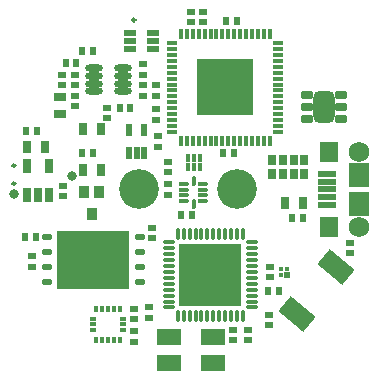
<source format=gts>
%FSLAX24Y24*%
%MOIN*%
G70*
G01*
G75*
G04 Layer_Color=8388736*
%ADD10C,0.0100*%
G04:AMPARAMS|DCode=11|XSize=63mil|YSize=98.4mil|CornerRadius=15.7mil|HoleSize=0mil|Usage=FLASHONLY|Rotation=0.000|XOffset=0mil|YOffset=0mil|HoleType=Round|Shape=RoundedRectangle|*
%AMROUNDEDRECTD11*
21,1,0.0630,0.0669,0,0,0.0*
21,1,0.0315,0.0984,0,0,0.0*
1,1,0.0315,0.0157,-0.0335*
1,1,0.0315,-0.0157,-0.0335*
1,1,0.0315,-0.0157,0.0335*
1,1,0.0315,0.0157,0.0335*
%
%ADD11ROUNDEDRECTD11*%
G04:AMPARAMS|DCode=12|XSize=33.5mil|YSize=17.7mil|CornerRadius=4.4mil|HoleSize=0mil|Usage=FLASHONLY|Rotation=0.000|XOffset=0mil|YOffset=0mil|HoleType=Round|Shape=RoundedRectangle|*
%AMROUNDEDRECTD12*
21,1,0.0335,0.0089,0,0,0.0*
21,1,0.0246,0.0177,0,0,0.0*
1,1,0.0089,0.0123,-0.0044*
1,1,0.0089,-0.0123,-0.0044*
1,1,0.0089,-0.0123,0.0044*
1,1,0.0089,0.0123,0.0044*
%
%ADD12ROUNDEDRECTD12*%
%ADD13O,0.0335X0.0110*%
%ADD14O,0.0110X0.0335*%
%ADD15R,0.2028X0.2028*%
%ADD16R,0.1850X0.1850*%
%ADD17O,0.0110X0.0315*%
%ADD18O,0.0315X0.0110*%
%ADD19O,0.0276X0.0098*%
%ADD20O,0.0098X0.0276*%
%ADD21O,0.0532X0.0177*%
%ADD22R,0.0142X0.0142*%
%ADD23R,0.0110X0.0110*%
G04:AMPARAMS|DCode=24|XSize=59.1mil|YSize=102.4mil|CornerRadius=0mil|HoleSize=0mil|Usage=FLASHONLY|Rotation=230.000|XOffset=0mil|YOffset=0mil|HoleType=Round|Shape=Rectangle|*
%AMROTATEDRECTD24*
4,1,4,-0.0202,0.0555,0.0582,-0.0103,0.0202,-0.0555,-0.0582,0.0103,-0.0202,0.0555,0.0*
%
%ADD24ROTATEDRECTD24*%

%ADD25R,0.0551X0.0630*%
%ADD26R,0.0630X0.0748*%
%ADD27R,0.0532X0.0157*%
%ADD28R,0.0138X0.0098*%
%ADD29R,0.0098X0.0187*%
%ADD30R,0.0217X0.0394*%
%ADD31R,0.0118X0.0193*%
%ADD32R,0.0118X0.0209*%
%ADD33R,0.0787X0.0472*%
%ADD34R,0.0335X0.0157*%
%ADD35R,0.0157X0.0335*%
%ADD36R,0.0276X0.0354*%
%ADD37R,0.0197X0.0315*%
%ADD38O,0.0315X0.0157*%
%ADD39R,0.2362X0.1890*%
%ADD40R,0.0236X0.0157*%
%ADD41R,0.0197X0.0354*%
%ADD42R,0.0157X0.0236*%
%ADD43R,0.0354X0.0197*%
%ADD44C,0.0060*%
%ADD45C,0.0050*%
%ADD46C,0.0120*%
%ADD47C,0.0181*%
%ADD48C,0.0080*%
%ADD49C,0.0150*%
%ADD50C,0.1260*%
%ADD51C,0.0630*%
%ADD52C,0.0180*%
%ADD53C,0.0197*%
%ADD54C,0.0276*%
%ADD55C,0.0260*%
%ADD56C,0.0220*%
%ADD57C,0.0200*%
%ADD58R,0.0236X0.0610*%
%ADD59R,0.0472X0.0709*%
%ADD60R,0.0591X0.0236*%
%ADD61R,0.0236X0.0591*%
%ADD62R,0.0512X0.0217*%
%ADD63R,0.1299X0.1299*%
%ADD64O,0.0315X0.0098*%
%ADD65O,0.0098X0.0315*%
%ADD66C,0.0098*%
%ADD67C,0.0039*%
%ADD68C,0.0079*%
%ADD69C,0.0047*%
G04:AMPARAMS|DCode=70|XSize=43.3mil|YSize=55.1mil|CornerRadius=0mil|HoleSize=0mil|Usage=FLASHONLY|Rotation=230.000|XOffset=0mil|YOffset=0mil|HoleType=Round|Shape=Rectangle|*
%AMROTATEDRECTD70*
4,1,4,-0.0072,0.0343,0.0350,-0.0011,0.0072,-0.0343,-0.0350,0.0011,-0.0072,0.0343,0.0*
%
%ADD70ROTATEDRECTD70*%

G04:AMPARAMS|DCode=71|XSize=71mil|YSize=106.4mil|CornerRadius=19.7mil|HoleSize=0mil|Usage=FLASHONLY|Rotation=0.000|XOffset=0mil|YOffset=0mil|HoleType=Round|Shape=RoundedRectangle|*
%AMROUNDEDRECTD71*
21,1,0.0710,0.0669,0,0,0.0*
21,1,0.0315,0.1064,0,0,0.0*
1,1,0.0395,0.0157,-0.0335*
1,1,0.0395,-0.0157,-0.0335*
1,1,0.0395,-0.0157,0.0335*
1,1,0.0395,0.0157,0.0335*
%
%ADD71ROUNDEDRECTD71*%
G04:AMPARAMS|DCode=72|XSize=41.5mil|YSize=25.7mil|CornerRadius=8.4mil|HoleSize=0mil|Usage=FLASHONLY|Rotation=0.000|XOffset=0mil|YOffset=0mil|HoleType=Round|Shape=RoundedRectangle|*
%AMROUNDEDRECTD72*
21,1,0.0415,0.0089,0,0,0.0*
21,1,0.0246,0.0257,0,0,0.0*
1,1,0.0169,0.0123,-0.0044*
1,1,0.0169,-0.0123,-0.0044*
1,1,0.0169,-0.0123,0.0044*
1,1,0.0169,0.0123,0.0044*
%
%ADD72ROUNDEDRECTD72*%
%ADD73O,0.0390X0.0165*%
%ADD74O,0.0165X0.0390*%
%ADD75R,0.2088X0.2088*%
%ADD76R,0.1910X0.1910*%
%ADD77O,0.0165X0.0370*%
%ADD78O,0.0370X0.0165*%
%ADD79O,0.0336X0.0158*%
%ADD80O,0.0158X0.0336*%
%ADD81O,0.0592X0.0237*%
%ADD82R,0.0202X0.0202*%
%ADD83R,0.0170X0.0170*%
G04:AMPARAMS|DCode=84|XSize=65.1mil|YSize=108.4mil|CornerRadius=0mil|HoleSize=0mil|Usage=FLASHONLY|Rotation=230.000|XOffset=0mil|YOffset=0mil|HoleType=Round|Shape=Rectangle|*
%AMROTATEDRECTD84*
4,1,4,-0.0206,0.0597,0.0624,-0.0099,0.0206,-0.0597,-0.0624,0.0099,-0.0206,0.0597,0.0*
%
%ADD84ROTATEDRECTD84*%

%ADD85R,0.0630X0.0709*%
%ADD86R,0.0709X0.0827*%
%ADD87R,0.0610X0.0236*%
%ADD88R,0.0198X0.0158*%
%ADD89R,0.0158X0.0247*%
%ADD90R,0.0277X0.0454*%
%ADD91R,0.0178X0.0253*%
%ADD92R,0.0178X0.0269*%
%ADD93R,0.0847X0.0532*%
%ADD94R,0.0395X0.0217*%
%ADD95R,0.0217X0.0395*%
%ADD96R,0.0336X0.0414*%
%ADD97R,0.0257X0.0375*%
%ADD98O,0.0375X0.0217*%
%ADD99R,0.2422X0.1950*%
%ADD100R,0.0296X0.0217*%
%ADD101R,0.0257X0.0414*%
%ADD102R,0.0217X0.0296*%
%ADD103R,0.0414X0.0257*%
%ADD104C,0.1320*%
%ADD105C,0.0690*%
%ADD106C,0.0277*%
%ADD107C,0.0320*%
%ADD108C,0.0020*%
D10*
X-1850Y5650D02*
G03*
X-1850Y5650I-50J0D01*
G01*
X-5850Y200D02*
G03*
X-5850Y200I-50J0D01*
G01*
Y800D02*
G03*
X-5850Y800I-50J0D01*
G01*
D71*
X4450Y2750D02*
D03*
D72*
X3879Y3144D02*
D03*
Y2750D02*
D03*
X5021Y3144D02*
D03*
Y2750D02*
D03*
X3879Y2356D02*
D03*
X5021D02*
D03*
D73*
X2028Y-3933D02*
D03*
Y-3736D02*
D03*
Y-3539D02*
D03*
Y-3342D02*
D03*
Y-3145D02*
D03*
Y-2948D02*
D03*
Y-2752D02*
D03*
Y-2555D02*
D03*
Y-2358D02*
D03*
Y-2161D02*
D03*
Y-1964D02*
D03*
Y-1767D02*
D03*
X-728D02*
D03*
Y-1964D02*
D03*
Y-2161D02*
D03*
Y-2358D02*
D03*
Y-2555D02*
D03*
Y-2752D02*
D03*
Y-2948D02*
D03*
Y-3145D02*
D03*
Y-3342D02*
D03*
Y-3539D02*
D03*
Y-3736D02*
D03*
Y-3933D02*
D03*
D74*
X1733Y-1472D02*
D03*
X1536D02*
D03*
X1339D02*
D03*
X1142D02*
D03*
X945D02*
D03*
X748D02*
D03*
X552D02*
D03*
X355D02*
D03*
X158D02*
D03*
X-39D02*
D03*
X-236D02*
D03*
X-433D02*
D03*
Y-4228D02*
D03*
X-236D02*
D03*
X-39D02*
D03*
X158D02*
D03*
X355D02*
D03*
X552D02*
D03*
X748D02*
D03*
X945D02*
D03*
X1142D02*
D03*
X1339D02*
D03*
X1536D02*
D03*
X1733D02*
D03*
D75*
X650Y-2850D02*
D03*
D76*
X1150Y3400D02*
D03*
D77*
X-326Y5172D02*
D03*
X-130D02*
D03*
X67D02*
D03*
X264D02*
D03*
X461D02*
D03*
X658D02*
D03*
X855D02*
D03*
X1052D02*
D03*
X1248D02*
D03*
X1445D02*
D03*
X1642D02*
D03*
X1839D02*
D03*
X2036D02*
D03*
X2233D02*
D03*
X2430D02*
D03*
X2626D02*
D03*
Y1628D02*
D03*
X2430D02*
D03*
X2233D02*
D03*
X2036D02*
D03*
X1839D02*
D03*
X1642D02*
D03*
X1445D02*
D03*
X1248D02*
D03*
X1052D02*
D03*
X855D02*
D03*
X658D02*
D03*
X461D02*
D03*
X264D02*
D03*
X67D02*
D03*
X-130D02*
D03*
X-326D02*
D03*
D78*
X2922Y4876D02*
D03*
Y4680D02*
D03*
Y4483D02*
D03*
Y4286D02*
D03*
Y4089D02*
D03*
Y3892D02*
D03*
Y3695D02*
D03*
Y3498D02*
D03*
Y3302D02*
D03*
Y3105D02*
D03*
Y2908D02*
D03*
Y2711D02*
D03*
Y2514D02*
D03*
Y2317D02*
D03*
Y2120D02*
D03*
Y1924D02*
D03*
X-622D02*
D03*
Y2120D02*
D03*
Y2317D02*
D03*
Y2514D02*
D03*
Y2711D02*
D03*
Y2908D02*
D03*
Y3105D02*
D03*
Y3302D02*
D03*
Y3498D02*
D03*
Y3695D02*
D03*
Y3892D02*
D03*
Y4089D02*
D03*
Y4286D02*
D03*
Y4483D02*
D03*
Y4680D02*
D03*
Y4876D02*
D03*
D79*
X415Y-395D02*
D03*
Y-198D02*
D03*
Y-2D02*
D03*
Y195D02*
D03*
X-215D02*
D03*
Y-2D02*
D03*
Y-198D02*
D03*
Y-395D02*
D03*
D80*
X100Y294D02*
D03*
Y-494D02*
D03*
D81*
X-2258Y3266D02*
D03*
Y3522D02*
D03*
Y3778D02*
D03*
Y4034D02*
D03*
X-3242Y3266D02*
D03*
Y3522D02*
D03*
Y3778D02*
D03*
Y4034D02*
D03*
D82*
X3200Y-2850D02*
D03*
D83*
Y-2650D02*
D03*
X3000D02*
D03*
Y-2850D02*
D03*
D84*
X3534Y-4146D02*
D03*
X4837Y-2593D02*
D03*
D85*
X4616Y-1260D02*
D03*
Y1260D02*
D03*
D86*
X5600Y-472D02*
D03*
Y472D02*
D03*
D87*
X4547Y0D02*
D03*
Y256D02*
D03*
Y512D02*
D03*
Y-256D02*
D03*
Y-512D02*
D03*
D88*
X-2248Y-4303D02*
D03*
Y-4500D02*
D03*
Y-4697D02*
D03*
X-3252D02*
D03*
Y-4500D02*
D03*
Y-4303D02*
D03*
D89*
X-2356Y-5017D02*
D03*
X-2553D02*
D03*
X-2750D02*
D03*
X-2947D02*
D03*
X-3144D02*
D03*
Y-3983D02*
D03*
X-2947D02*
D03*
X-2750D02*
D03*
X-2553D02*
D03*
X-2356D02*
D03*
D90*
X-5474Y792D02*
D03*
X-4726D02*
D03*
Y-192D02*
D03*
X-5100D02*
D03*
X-5474D02*
D03*
D91*
X297Y752D02*
D03*
X100D02*
D03*
X-97D02*
D03*
Y1048D02*
D03*
X100D02*
D03*
D92*
X297Y1040D02*
D03*
D93*
X728Y-5783D02*
D03*
X-728D02*
D03*
Y-4917D02*
D03*
X728D02*
D03*
D94*
X-2024Y4950D02*
D03*
X-1276Y4694D02*
D03*
Y4950D02*
D03*
Y5206D02*
D03*
X-2024D02*
D03*
Y4694D02*
D03*
D95*
X-2056Y1974D02*
D03*
X-1544D02*
D03*
Y1226D02*
D03*
X-1800D02*
D03*
X-2056D02*
D03*
D96*
X-3044Y-76D02*
D03*
X-3556D02*
D03*
X-3300Y-824D02*
D03*
D97*
X3781Y986D02*
D03*
X3427D02*
D03*
X3073D02*
D03*
X2718D02*
D03*
Y514D02*
D03*
X3073D02*
D03*
X3427D02*
D03*
X3781D02*
D03*
D98*
X-4805Y-1600D02*
D03*
Y-2100D02*
D03*
Y-2600D02*
D03*
Y-3100D02*
D03*
X-1695D02*
D03*
Y-2600D02*
D03*
Y-2100D02*
D03*
Y-1600D02*
D03*
D99*
X-3250Y-2350D02*
D03*
D100*
X-4250Y127D02*
D03*
Y-227D02*
D03*
X-750Y177D02*
D03*
Y-177D02*
D03*
X-1150Y2677D02*
D03*
Y2323D02*
D03*
X-3850Y2773D02*
D03*
Y3127D02*
D03*
X5300Y-2127D02*
D03*
Y-1773D02*
D03*
X-2800Y2727D02*
D03*
Y2373D02*
D03*
X-1100Y1777D02*
D03*
Y1423D02*
D03*
X-1600Y3477D02*
D03*
Y3123D02*
D03*
X-3850Y3827D02*
D03*
Y3473D02*
D03*
X-1150Y3477D02*
D03*
Y3123D02*
D03*
X-4300Y3827D02*
D03*
Y3473D02*
D03*
X-5300Y-2223D02*
D03*
Y-2577D02*
D03*
X-1300Y-1273D02*
D03*
Y-1627D02*
D03*
X-1900Y-5077D02*
D03*
Y-4723D02*
D03*
X-1400Y-4277D02*
D03*
Y-3923D02*
D03*
X-1900Y-4327D02*
D03*
Y-3973D02*
D03*
X1400Y-4673D02*
D03*
Y-5027D02*
D03*
X1900D02*
D03*
Y-4673D02*
D03*
X2600Y-4527D02*
D03*
Y-4173D02*
D03*
X2650Y-2927D02*
D03*
Y-2573D02*
D03*
X-750Y927D02*
D03*
Y573D02*
D03*
X0Y5573D02*
D03*
Y5927D02*
D03*
X400Y5573D02*
D03*
Y5927D02*
D03*
X-1600Y4177D02*
D03*
Y3823D02*
D03*
D101*
X-5445Y1400D02*
D03*
X-4855D02*
D03*
X3745Y-450D02*
D03*
X3155D02*
D03*
X-3595Y650D02*
D03*
X-3005D02*
D03*
X-3595Y2000D02*
D03*
X-3005D02*
D03*
D102*
X-2377Y2700D02*
D03*
X-2023D02*
D03*
X-3627Y4600D02*
D03*
X-3273D02*
D03*
X-3823Y4200D02*
D03*
X-4177D02*
D03*
X-5527Y-1600D02*
D03*
X-5173D02*
D03*
X2573Y-3400D02*
D03*
X2927D02*
D03*
X3373Y-950D02*
D03*
X3727D02*
D03*
X1073Y1200D02*
D03*
X1427D02*
D03*
X-327Y-850D02*
D03*
X27D02*
D03*
X-3273Y1200D02*
D03*
X-3627D02*
D03*
X-5141Y1940D02*
D03*
X-5496D02*
D03*
X1527Y5600D02*
D03*
X1173D02*
D03*
D103*
X-4350Y3095D02*
D03*
Y2505D02*
D03*
D104*
X-1734Y0D02*
D03*
X1534D02*
D03*
D105*
X5600Y-1250D02*
D03*
Y1250D02*
D03*
D106*
X1516Y-3716D02*
D03*
X1083D02*
D03*
X650D02*
D03*
X217D02*
D03*
X-216D02*
D03*
X1516Y-3283D02*
D03*
X1083D02*
D03*
X650D02*
D03*
X217D02*
D03*
X-216D02*
D03*
X1516Y-2850D02*
D03*
X1083D02*
D03*
X650D02*
D03*
X217D02*
D03*
X-216D02*
D03*
X1516Y-2417D02*
D03*
X1083D02*
D03*
X650D02*
D03*
X217D02*
D03*
X-216D02*
D03*
X1516Y-1984D02*
D03*
X1083D02*
D03*
X650D02*
D03*
X217D02*
D03*
X-216D02*
D03*
X1800Y2750D02*
D03*
X1367D02*
D03*
X933D02*
D03*
X500D02*
D03*
X1800Y3183D02*
D03*
X1367D02*
D03*
X933D02*
D03*
X500D02*
D03*
X1800Y3617D02*
D03*
X1367D02*
D03*
X933D02*
D03*
X500D02*
D03*
X1800Y4050D02*
D03*
X1367D02*
D03*
X933D02*
D03*
X500D02*
D03*
X-2384Y-1700D02*
D03*
Y-2133D02*
D03*
Y-2567D02*
D03*
Y-3000D02*
D03*
X-2817Y-1700D02*
D03*
Y-2133D02*
D03*
Y-2567D02*
D03*
Y-3000D02*
D03*
X-3250Y-1700D02*
D03*
Y-2133D02*
D03*
Y-2567D02*
D03*
Y-3000D02*
D03*
X-3683Y-1700D02*
D03*
Y-2133D02*
D03*
Y-2567D02*
D03*
Y-3000D02*
D03*
X-4116Y-1700D02*
D03*
Y-2133D02*
D03*
Y-2567D02*
D03*
Y-3000D02*
D03*
D107*
X-5900Y-150D02*
D03*
X-3951Y451D02*
D03*
D108*
X-4000Y1600D02*
D03*
X-5100Y200D02*
D03*
X-4550Y1400D02*
D03*
X-4860Y1940D02*
D03*
X2400Y-5300D02*
D03*
X4050Y-2700D02*
D03*
X5050Y-800D02*
D03*
Y500D02*
D03*
M02*

</source>
